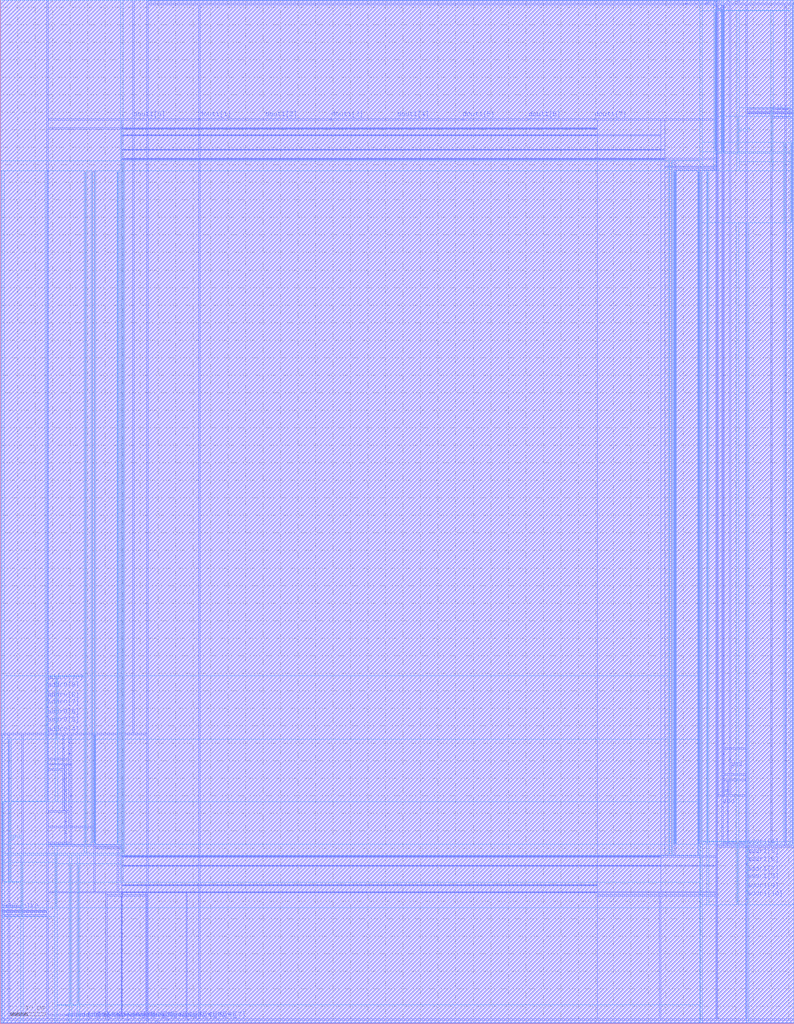
<source format=lef>
VERSION 5.4 ;
NAMESCASESENSITIVE ON ;
BUSBITCHARS "[]" ;
DIVIDERCHAR "/" ;
UNITS
  DATABASE MICRONS 2000 ;
END UNITS
MACRO freepdk45_sram_1w1r_2048x8_2
   CLASS BLOCK ;
   SIZE 226.63 BY 292.065 ;
   SYMMETRY X Y R90 ;
   PIN din0[0]
      DIRECTION INPUT ;
      PORT
         LAYER metal3 ;
         RECT  41.9725 1.105 42.1075 1.24 ;
      END
   END din0[0]
   PIN din0[1]
      DIRECTION INPUT ;
      PORT
         LAYER metal3 ;
         RECT  44.8325 1.105 44.9675 1.24 ;
      END
   END din0[1]
   PIN din0[2]
      DIRECTION INPUT ;
      PORT
         LAYER metal3 ;
         RECT  47.6925 1.105 47.8275 1.24 ;
      END
   END din0[2]
   PIN din0[3]
      DIRECTION INPUT ;
      PORT
         LAYER metal3 ;
         RECT  50.5525 1.105 50.6875 1.24 ;
      END
   END din0[3]
   PIN din0[4]
      DIRECTION INPUT ;
      PORT
         LAYER metal3 ;
         RECT  53.4125 1.105 53.5475 1.24 ;
      END
   END din0[4]
   PIN din0[5]
      DIRECTION INPUT ;
      PORT
         LAYER metal3 ;
         RECT  56.2725 1.105 56.4075 1.24 ;
      END
   END din0[5]
   PIN din0[6]
      DIRECTION INPUT ;
      PORT
         LAYER metal3 ;
         RECT  59.1325 1.105 59.2675 1.24 ;
      END
   END din0[6]
   PIN din0[7]
      DIRECTION INPUT ;
      PORT
         LAYER metal3 ;
         RECT  61.9925 1.105 62.1275 1.24 ;
      END
   END din0[7]
   PIN addr0[0]
      DIRECTION INPUT ;
      PORT
         LAYER metal3 ;
         RECT  19.0925 1.105 19.2275 1.24 ;
      END
   END addr0[0]
   PIN addr0[1]
      DIRECTION INPUT ;
      PORT
         LAYER metal3 ;
         RECT  21.9525 1.105 22.0875 1.24 ;
      END
   END addr0[1]
   PIN addr0[2]
      DIRECTION INPUT ;
      PORT
         LAYER metal3 ;
         RECT  24.8125 1.105 24.9475 1.24 ;
      END
   END addr0[2]
   PIN addr0[3]
      DIRECTION INPUT ;
      PORT
         LAYER metal3 ;
         RECT  27.6725 1.105 27.8075 1.24 ;
      END
   END addr0[3]
   PIN addr0[4]
      DIRECTION INPUT ;
      PORT
         LAYER metal3 ;
         RECT  13.3725 82.54 13.5075 82.675 ;
      END
   END addr0[4]
   PIN addr0[5]
      DIRECTION INPUT ;
      PORT
         LAYER metal3 ;
         RECT  13.3725 85.27 13.5075 85.405 ;
      END
   END addr0[5]
   PIN addr0[6]
      DIRECTION INPUT ;
      PORT
         LAYER metal3 ;
         RECT  13.3725 87.48 13.5075 87.615 ;
      END
   END addr0[6]
   PIN addr0[7]
      DIRECTION INPUT ;
      PORT
         LAYER metal3 ;
         RECT  13.3725 90.21 13.5075 90.345 ;
      END
   END addr0[7]
   PIN addr0[8]
      DIRECTION INPUT ;
      PORT
         LAYER metal3 ;
         RECT  13.3725 92.42 13.5075 92.555 ;
      END
   END addr0[8]
   PIN addr0[9]
      DIRECTION INPUT ;
      PORT
         LAYER metal3 ;
         RECT  13.3725 95.15 13.5075 95.285 ;
      END
   END addr0[9]
   PIN addr0[10]
      DIRECTION INPUT ;
      PORT
         LAYER metal3 ;
         RECT  13.3725 97.36 13.5075 97.495 ;
      END
   END addr0[10]
   PIN addr1[0]
      DIRECTION INPUT ;
      PORT
         LAYER metal3 ;
         RECT  204.4025 290.825 204.5375 290.96 ;
      END
   END addr1[0]
   PIN addr1[1]
      DIRECTION INPUT ;
      PORT
         LAYER metal3 ;
         RECT  201.5425 290.825 201.6775 290.96 ;
      END
   END addr1[1]
   PIN addr1[2]
      DIRECTION INPUT ;
      PORT
         LAYER metal3 ;
         RECT  198.6825 290.825 198.8175 290.96 ;
      END
   END addr1[2]
   PIN addr1[3]
      DIRECTION INPUT ;
      PORT
         LAYER metal3 ;
         RECT  195.8225 290.825 195.9575 290.96 ;
      END
   END addr1[3]
   PIN addr1[4]
      DIRECTION INPUT ;
      PORT
         LAYER metal3 ;
         RECT  212.9825 50.43 213.1175 50.565 ;
      END
   END addr1[4]
   PIN addr1[5]
      DIRECTION INPUT ;
      PORT
         LAYER metal3 ;
         RECT  212.9825 47.7 213.1175 47.835 ;
      END
   END addr1[5]
   PIN addr1[6]
      DIRECTION INPUT ;
      PORT
         LAYER metal3 ;
         RECT  212.9825 45.49 213.1175 45.625 ;
      END
   END addr1[6]
   PIN addr1[7]
      DIRECTION INPUT ;
      PORT
         LAYER metal3 ;
         RECT  212.9825 42.76 213.1175 42.895 ;
      END
   END addr1[7]
   PIN addr1[8]
      DIRECTION INPUT ;
      PORT
         LAYER metal3 ;
         RECT  212.9825 40.55 213.1175 40.685 ;
      END
   END addr1[8]
   PIN addr1[9]
      DIRECTION INPUT ;
      PORT
         LAYER metal3 ;
         RECT  212.9825 37.82 213.1175 37.955 ;
      END
   END addr1[9]
   PIN addr1[10]
      DIRECTION INPUT ;
      PORT
         LAYER metal3 ;
         RECT  212.9825 35.61 213.1175 35.745 ;
      END
   END addr1[10]
   PIN csb0
      DIRECTION INPUT ;
      PORT
         LAYER metal3 ;
         RECT  0.2875 31.97 0.4225 32.105 ;
      END
   END csb0
   PIN csb1
      DIRECTION INPUT ;
      PORT
         LAYER metal3 ;
         RECT  226.2075 259.81 226.3425 259.945 ;
      END
   END csb1
   PIN clk0
      DIRECTION INPUT ;
      PORT
         LAYER metal3 ;
         RECT  6.2475 32.055 6.3825 32.19 ;
      END
   END clk0
   PIN clk1
      DIRECTION INPUT ;
      PORT
         LAYER metal3 ;
         RECT  220.1075 259.725 220.2425 259.86 ;
      END
   END clk1
   PIN wmask0[0]
      DIRECTION INPUT ;
      PORT
         LAYER metal3 ;
         RECT  30.5325 1.105 30.6675 1.24 ;
      END
   END wmask0[0]
   PIN wmask0[1]
      DIRECTION INPUT ;
      PORT
         LAYER metal3 ;
         RECT  33.3925 1.105 33.5275 1.24 ;
      END
   END wmask0[1]
   PIN wmask0[2]
      DIRECTION INPUT ;
      PORT
         LAYER metal3 ;
         RECT  36.2525 1.105 36.3875 1.24 ;
      END
   END wmask0[2]
   PIN wmask0[3]
      DIRECTION INPUT ;
      PORT
         LAYER metal3 ;
         RECT  39.1125 1.105 39.2475 1.24 ;
      END
   END wmask0[3]
   PIN dout1[0]
      DIRECTION OUTPUT ;
      PORT
         LAYER metal3 ;
         RECT  37.915 257.8775 38.05 258.0125 ;
      END
   END dout1[0]
   PIN dout1[1]
      DIRECTION OUTPUT ;
      PORT
         LAYER metal3 ;
         RECT  56.715 257.8775 56.85 258.0125 ;
      END
   END dout1[1]
   PIN dout1[2]
      DIRECTION OUTPUT ;
      PORT
         LAYER metal3 ;
         RECT  75.515 257.8775 75.65 258.0125 ;
      END
   END dout1[2]
   PIN dout1[3]
      DIRECTION OUTPUT ;
      PORT
         LAYER metal3 ;
         RECT  94.315 257.8775 94.45 258.0125 ;
      END
   END dout1[3]
   PIN dout1[4]
      DIRECTION OUTPUT ;
      PORT
         LAYER metal3 ;
         RECT  113.115 257.8775 113.25 258.0125 ;
      END
   END dout1[4]
   PIN dout1[5]
      DIRECTION OUTPUT ;
      PORT
         LAYER metal3 ;
         RECT  131.915 257.8775 132.05 258.0125 ;
      END
   END dout1[5]
   PIN dout1[6]
      DIRECTION OUTPUT ;
      PORT
         LAYER metal3 ;
         RECT  150.715 257.8775 150.85 258.0125 ;
      END
   END dout1[6]
   PIN dout1[7]
      DIRECTION OUTPUT ;
      PORT
         LAYER metal3 ;
         RECT  169.515 257.8775 169.65 258.0125 ;
      END
   END dout1[7]
   PIN vdd
      DIRECTION INOUT ;
      USE POWER ; 
      SHAPE ABUTMENT ; 
      PORT
         LAYER metal3 ;
         RECT  34.73 37.4575 170.32 37.5275 ;
         LAYER metal3 ;
         RECT  26.8275 50.8275 26.9625 50.9625 ;
         LAYER metal3 ;
         RECT  206.065 64.99 206.2 65.125 ;
         LAYER metal4 ;
         RECT  199.9475 51.5325 200.0875 243.1025 ;
         LAYER metal3 ;
         RECT  20.095 56.02 20.23 56.155 ;
         LAYER metal3 ;
         RECT  34.73 47.6675 188.415 47.7375 ;
         LAYER metal4 ;
         RECT  0.6875 40.71 0.8275 63.1125 ;
         LAYER metal3 ;
         RECT  20.095 62.0 20.23 62.135 ;
         LAYER metal4 ;
         RECT  13.0875 81.4325 13.2275 98.9275 ;
         LAYER metal3 ;
         RECT  19.75 73.96 19.885 74.095 ;
         LAYER metal3 ;
         RECT  30.25 2.47 30.385 2.605 ;
         LAYER metal3 ;
         RECT  206.41 70.97 206.545 71.105 ;
         LAYER metal4 ;
         RECT  34.6625 48.3625 34.8025 245.9525 ;
         LAYER metal4 ;
         RECT  192.5725 51.5325 192.7125 243.0325 ;
         LAYER metal3 ;
         RECT  206.41 79.94 206.545 80.075 ;
         LAYER metal3 ;
         RECT  206.41 76.95 206.545 77.085 ;
         LAYER metal3 ;
         RECT  53.13 2.47 53.265 2.605 ;
         LAYER metal3 ;
         RECT  206.41 73.96 206.545 74.095 ;
         LAYER metal4 ;
         RECT  26.2075 51.5325 26.3475 243.1025 ;
         LAYER metal4 ;
         RECT  15.8075 33.3325 15.9475 48.2925 ;
         LAYER metal3 ;
         RECT  2.425 33.335 2.56 33.47 ;
         LAYER metal3 ;
         RECT  34.73 255.32 170.32 255.39 ;
         LAYER metal4 ;
         RECT  33.5825 51.5325 33.7225 243.0325 ;
         LAYER metal3 ;
         RECT  33.585 50.04 33.72 50.175 ;
         LAYER metal3 ;
         RECT  20.095 64.99 20.23 65.125 ;
         LAYER metal3 ;
         RECT  20.095 53.03 20.23 53.165 ;
         LAYER metal3 ;
         RECT  224.07 258.445 224.205 258.58 ;
         LAYER metal3 ;
         RECT  41.69 2.47 41.825 2.605 ;
         LAYER metal3 ;
         RECT  206.065 53.03 206.2 53.165 ;
         LAYER metal3 ;
         RECT  34.73 246.6475 189.59 246.7175 ;
         LAYER metal3 ;
         RECT  19.75 79.94 19.885 80.075 ;
         LAYER metal3 ;
         RECT  19.75 70.97 19.885 71.105 ;
         LAYER metal4 ;
         RECT  22.2525 5.685 22.3925 45.345 ;
         LAYER metal3 ;
         RECT  192.575 244.39 192.71 244.525 ;
         LAYER metal4 ;
         RECT  225.8025 228.8025 225.9425 251.205 ;
         LAYER metal4 ;
         RECT  213.2625 34.1775 213.4025 51.6725 ;
         LAYER metal3 ;
         RECT  199.3325 243.6025 199.4675 243.7375 ;
         LAYER metal3 ;
         RECT  204.685 289.46 204.82 289.595 ;
         LAYER metal3 ;
         RECT  188.28 36.49 188.415 36.625 ;
         LAYER metal3 ;
         RECT  19.75 76.95 19.885 77.085 ;
         LAYER metal3 ;
         RECT  206.065 56.02 206.2 56.155 ;
         LAYER metal4 ;
         RECT  191.4925 48.3625 191.6325 245.9525 ;
         LAYER metal3 ;
         RECT  18.81 2.47 18.945 2.605 ;
         LAYER metal3 ;
         RECT  34.595 36.49 34.73 36.625 ;
         LAYER metal4 ;
         RECT  203.9025 249.04 204.0425 288.7 ;
         LAYER metal3 ;
         RECT  206.065 62.0 206.2 62.135 ;
         LAYER metal4 ;
         RECT  210.5425 248.5625 210.6825 258.5825 ;
      END
   END vdd
   PIN gnd
      DIRECTION INOUT ;
      USE GROUND ; 
      SHAPE ABUTMENT ; 
      PORT
         LAYER metal3 ;
         RECT  34.595 34.67 34.73 34.805 ;
         LAYER metal3 ;
         RECT  207.5925 51.535 207.7275 51.67 ;
         LAYER metal4 ;
         RECT  6.105 30.8625 6.245 45.8225 ;
         LAYER metal3 ;
         RECT  44.55 0.0 44.685 0.135 ;
         LAYER metal3 ;
         RECT  17.9425 75.455 18.0775 75.59 ;
         LAYER metal4 ;
         RECT  191.0325 48.3625 191.1725 245.9525 ;
         LAYER metal3 ;
         RECT  188.28 34.67 188.415 34.805 ;
         LAYER metal3 ;
         RECT  207.5925 63.495 207.7275 63.63 ;
         LAYER metal3 ;
         RECT  21.67 0.0 21.805 0.135 ;
         LAYER metal3 ;
         RECT  201.825 291.93 201.96 292.065 ;
         LAYER metal4 ;
         RECT  24.2725 51.5 24.4125 243.1025 ;
         LAYER metal3 ;
         RECT  208.2175 69.475 208.3525 69.61 ;
         LAYER metal3 ;
         RECT  18.5675 51.535 18.7025 51.67 ;
         LAYER metal3 ;
         RECT  208.2175 78.445 208.3525 78.58 ;
         LAYER metal3 ;
         RECT  34.73 45.0475 188.4475 45.1175 ;
         LAYER metal3 ;
         RECT  17.9425 78.445 18.0775 78.58 ;
         LAYER metal3 ;
         RECT  207.5925 66.485 207.7275 66.62 ;
         LAYER metal3 ;
         RECT  34.73 253.4275 170.355 253.4975 ;
         LAYER metal3 ;
         RECT  207.5925 54.525 207.7275 54.66 ;
         LAYER metal3 ;
         RECT  34.73 249.2675 188.4475 249.3375 ;
         LAYER metal4 ;
         RECT  26.7675 51.5 26.9075 243.065 ;
         LAYER metal4 ;
         RECT  35.1225 48.3625 35.2625 245.9525 ;
         LAYER metal4 ;
         RECT  220.245 246.0925 220.385 261.0525 ;
         LAYER metal4 ;
         RECT  210.4025 34.2425 210.5425 51.7375 ;
         LAYER metal4 ;
         RECT  199.3875 51.5 199.5275 243.065 ;
         LAYER metal3 ;
         RECT  55.99 0.0 56.125 0.135 ;
         LAYER metal4 ;
         RECT  206.125 248.9725 206.265 288.7675 ;
         LAYER metal3 ;
         RECT  18.5675 60.505 18.7025 60.64 ;
         LAYER metal3 ;
         RECT  17.9425 72.465 18.0775 72.6 ;
         LAYER metal3 ;
         RECT  207.5925 60.505 207.7275 60.64 ;
         LAYER metal3 ;
         RECT  33.11 0.0 33.245 0.135 ;
         LAYER metal3 ;
         RECT  2.425 30.865 2.56 31.0 ;
         LAYER metal3 ;
         RECT  18.5675 66.485 18.7025 66.62 ;
         LAYER metal3 ;
         RECT  208.2175 81.435 208.3525 81.57 ;
         LAYER metal3 ;
         RECT  17.9425 69.475 18.0775 69.61 ;
         LAYER metal3 ;
         RECT  18.5675 63.495 18.7025 63.63 ;
         LAYER metal3 ;
         RECT  18.5675 54.525 18.7025 54.66 ;
         LAYER metal4 ;
         RECT  20.03 5.6175 20.17 45.4125 ;
         LAYER metal4 ;
         RECT  201.8825 51.5 202.0225 243.1025 ;
         LAYER metal3 ;
         RECT  18.5675 57.515 18.7025 57.65 ;
         LAYER metal4 ;
         RECT  15.9475 81.3675 16.0875 98.8625 ;
         LAYER metal3 ;
         RECT  17.9425 81.435 18.0775 81.57 ;
         LAYER metal3 ;
         RECT  224.07 260.915 224.205 261.05 ;
         LAYER metal3 ;
         RECT  207.5925 57.515 207.7275 57.65 ;
         LAYER metal3 ;
         RECT  34.73 39.5075 170.32 39.5775 ;
         LAYER metal4 ;
         RECT  223.74 228.77 223.88 251.1725 ;
         LAYER metal4 ;
         RECT  2.75 40.7425 2.89 63.145 ;
         LAYER metal3 ;
         RECT  208.2175 75.455 208.3525 75.59 ;
         LAYER metal3 ;
         RECT  208.2175 72.465 208.3525 72.6 ;
      END
   END gnd
   OBS
   LAYER  metal1 ;
      RECT  0.14 0.14 226.49 291.925 ;
   LAYER  metal2 ;
      RECT  0.14 0.14 226.49 291.925 ;
   LAYER  metal3 ;
      RECT  41.8325 0.14 42.2475 0.965 ;
      RECT  42.2475 0.965 44.6925 1.38 ;
      RECT  45.1075 0.965 47.5525 1.38 ;
      RECT  47.9675 0.965 50.4125 1.38 ;
      RECT  50.8275 0.965 53.2725 1.38 ;
      RECT  53.6875 0.965 56.1325 1.38 ;
      RECT  56.5475 0.965 58.9925 1.38 ;
      RECT  59.4075 0.965 61.8525 1.38 ;
      RECT  62.2675 0.965 226.49 1.38 ;
      RECT  0.14 0.965 18.9525 1.38 ;
      RECT  19.3675 0.965 21.8125 1.38 ;
      RECT  22.2275 0.965 24.6725 1.38 ;
      RECT  25.0875 0.965 27.5325 1.38 ;
      RECT  0.14 82.4 13.2325 82.815 ;
      RECT  0.14 82.815 13.2325 291.925 ;
      RECT  13.2325 1.38 13.6475 82.4 ;
      RECT  13.6475 82.4 41.8325 82.815 ;
      RECT  13.2325 82.815 13.6475 85.13 ;
      RECT  13.2325 85.545 13.6475 87.34 ;
      RECT  13.2325 87.755 13.6475 90.07 ;
      RECT  13.2325 90.485 13.6475 92.28 ;
      RECT  13.2325 92.695 13.6475 95.01 ;
      RECT  13.2325 95.425 13.6475 97.22 ;
      RECT  13.2325 97.635 13.6475 291.925 ;
      RECT  204.2625 291.1 204.6775 291.925 ;
      RECT  204.6775 290.685 226.49 291.1 ;
      RECT  204.6775 291.1 226.49 291.925 ;
      RECT  201.8175 290.685 204.2625 291.1 ;
      RECT  198.9575 290.685 201.4025 291.1 ;
      RECT  42.2475 290.685 195.6825 291.1 ;
      RECT  196.0975 290.685 198.5425 291.1 ;
      RECT  204.6775 1.38 212.8425 50.29 ;
      RECT  204.6775 50.29 212.8425 50.705 ;
      RECT  212.8425 50.705 213.2575 290.685 ;
      RECT  213.2575 1.38 226.49 50.29 ;
      RECT  213.2575 50.29 226.49 50.705 ;
      RECT  212.8425 47.975 213.2575 50.29 ;
      RECT  212.8425 45.765 213.2575 47.56 ;
      RECT  212.8425 43.035 213.2575 45.35 ;
      RECT  212.8425 40.825 213.2575 42.62 ;
      RECT  212.8425 38.095 213.2575 40.41 ;
      RECT  212.8425 1.38 213.2575 35.47 ;
      RECT  212.8425 35.885 213.2575 37.68 ;
      RECT  0.14 1.38 0.1475 31.83 ;
      RECT  0.14 31.83 0.1475 32.245 ;
      RECT  0.14 32.245 0.1475 82.4 ;
      RECT  0.1475 1.38 0.5625 31.83 ;
      RECT  0.1475 32.245 0.5625 82.4 ;
      RECT  226.0675 50.705 226.4825 259.67 ;
      RECT  226.0675 260.085 226.4825 290.685 ;
      RECT  226.4825 50.705 226.49 259.67 ;
      RECT  226.4825 259.67 226.49 260.085 ;
      RECT  226.4825 260.085 226.49 290.685 ;
      RECT  0.5625 31.83 6.1075 31.915 ;
      RECT  0.5625 31.915 6.1075 32.245 ;
      RECT  6.1075 31.83 6.5225 31.915 ;
      RECT  6.5225 31.83 13.2325 31.915 ;
      RECT  6.5225 31.915 13.2325 32.245 ;
      RECT  0.5625 32.245 6.1075 32.33 ;
      RECT  6.1075 32.33 6.5225 82.4 ;
      RECT  6.5225 32.245 13.2325 32.33 ;
      RECT  6.5225 32.33 13.2325 82.4 ;
      RECT  213.2575 50.705 219.9675 259.585 ;
      RECT  213.2575 259.585 219.9675 259.67 ;
      RECT  219.9675 50.705 220.3825 259.585 ;
      RECT  220.3825 259.585 226.0675 259.67 ;
      RECT  213.2575 259.67 219.9675 260.0 ;
      RECT  213.2575 260.0 219.9675 260.085 ;
      RECT  219.9675 260.0 220.3825 260.085 ;
      RECT  220.3825 259.67 226.0675 260.0 ;
      RECT  220.3825 260.0 226.0675 260.085 ;
      RECT  27.9475 0.965 30.3925 1.38 ;
      RECT  30.8075 0.965 33.2525 1.38 ;
      RECT  33.6675 0.965 36.1125 1.38 ;
      RECT  36.5275 0.965 38.9725 1.38 ;
      RECT  39.3875 0.965 41.8325 1.38 ;
      RECT  13.6475 257.7375 37.775 258.1525 ;
      RECT  13.6475 258.1525 37.775 291.925 ;
      RECT  37.775 258.1525 38.19 291.925 ;
      RECT  38.19 257.7375 41.8325 258.1525 ;
      RECT  38.19 258.1525 41.8325 291.925 ;
      RECT  42.2475 257.7375 56.575 258.1525 ;
      RECT  42.2475 258.1525 56.575 290.685 ;
      RECT  56.575 258.1525 56.99 290.685 ;
      RECT  56.99 258.1525 204.2625 290.685 ;
      RECT  56.99 257.7375 75.375 258.1525 ;
      RECT  75.79 257.7375 94.175 258.1525 ;
      RECT  94.59 257.7375 112.975 258.1525 ;
      RECT  113.39 257.7375 131.775 258.1525 ;
      RECT  132.19 257.7375 150.575 258.1525 ;
      RECT  150.99 257.7375 169.375 258.1525 ;
      RECT  169.79 257.7375 204.2625 258.1525 ;
      RECT  13.6475 37.3175 34.59 37.6675 ;
      RECT  56.575 1.38 56.99 37.3175 ;
      RECT  56.99 1.38 170.46 37.3175 ;
      RECT  170.46 37.3175 204.2625 37.6675 ;
      RECT  13.6475 37.6675 26.6875 50.6875 ;
      RECT  13.6475 50.6875 26.6875 51.1025 ;
      RECT  26.6875 37.6675 27.1025 50.6875 ;
      RECT  26.6875 51.1025 27.1025 82.4 ;
      RECT  27.1025 50.6875 34.59 51.1025 ;
      RECT  27.1025 51.1025 34.59 82.4 ;
      RECT  204.6775 50.705 205.925 64.85 ;
      RECT  204.6775 64.85 205.925 65.265 ;
      RECT  206.34 64.85 212.8425 65.265 ;
      RECT  13.6475 55.88 19.955 56.295 ;
      RECT  20.37 51.1025 26.6875 55.88 ;
      RECT  20.37 55.88 26.6875 56.295 ;
      RECT  20.37 56.295 26.6875 82.4 ;
      RECT  34.59 47.8775 41.8325 82.4 ;
      RECT  188.555 47.5275 204.2625 47.8775 ;
      RECT  19.955 56.295 20.37 61.86 ;
      RECT  13.6475 73.82 19.61 74.235 ;
      RECT  20.025 73.82 20.37 74.235 ;
      RECT  20.025 74.235 20.37 82.4 ;
      RECT  13.6475 1.38 30.11 2.33 ;
      RECT  13.6475 2.745 30.11 37.3175 ;
      RECT  30.11 1.38 30.525 2.33 ;
      RECT  30.11 2.745 30.525 37.3175 ;
      RECT  30.525 1.38 34.59 2.33 ;
      RECT  30.525 2.33 34.59 2.745 ;
      RECT  205.925 65.265 206.27 70.83 ;
      RECT  205.925 70.83 206.27 71.245 ;
      RECT  205.925 71.245 206.27 290.685 ;
      RECT  206.27 65.265 206.34 70.83 ;
      RECT  206.34 65.265 206.685 70.83 ;
      RECT  206.685 70.83 212.8425 71.245 ;
      RECT  206.27 80.215 206.34 290.685 ;
      RECT  206.34 80.215 206.685 290.685 ;
      RECT  206.27 77.225 206.34 79.8 ;
      RECT  206.34 77.225 206.685 79.8 ;
      RECT  42.2475 1.38 52.99 2.33 ;
      RECT  42.2475 2.33 52.99 2.745 ;
      RECT  42.2475 2.745 52.99 37.3175 ;
      RECT  52.99 1.38 53.405 2.33 ;
      RECT  52.99 2.745 53.405 37.3175 ;
      RECT  53.405 1.38 56.575 2.33 ;
      RECT  53.405 2.33 56.575 2.745 ;
      RECT  53.405 2.745 56.575 37.3175 ;
      RECT  206.27 71.245 206.34 73.82 ;
      RECT  206.27 74.235 206.34 76.81 ;
      RECT  206.34 71.245 206.685 73.82 ;
      RECT  206.34 74.235 206.685 76.81 ;
      RECT  0.5625 32.33 2.285 33.195 ;
      RECT  0.5625 33.195 2.285 33.61 ;
      RECT  0.5625 33.61 2.285 82.4 ;
      RECT  2.285 32.33 2.7 33.195 ;
      RECT  2.285 33.61 2.7 82.4 ;
      RECT  2.7 32.33 6.1075 33.195 ;
      RECT  2.7 33.195 6.1075 33.61 ;
      RECT  2.7 33.61 6.1075 82.4 ;
      RECT  13.6475 82.815 34.59 255.18 ;
      RECT  13.6475 255.18 34.59 255.53 ;
      RECT  13.6475 255.53 34.59 257.7375 ;
      RECT  34.59 255.53 37.775 257.7375 ;
      RECT  37.775 255.53 38.19 257.7375 ;
      RECT  38.19 255.53 41.8325 257.7375 ;
      RECT  41.8325 255.53 42.2475 291.925 ;
      RECT  42.2475 255.53 56.575 257.7375 ;
      RECT  56.575 255.53 56.99 257.7375 ;
      RECT  56.99 255.53 170.46 257.7375 ;
      RECT  27.1025 37.6675 33.445 49.9 ;
      RECT  27.1025 49.9 33.445 50.315 ;
      RECT  27.1025 50.315 33.445 50.6875 ;
      RECT  33.445 37.6675 33.86 49.9 ;
      RECT  33.445 50.315 33.86 50.6875 ;
      RECT  33.86 37.6675 34.59 49.9 ;
      RECT  33.86 49.9 34.59 50.315 ;
      RECT  33.86 50.315 34.59 50.6875 ;
      RECT  19.955 62.275 20.025 64.85 ;
      RECT  20.025 62.275 20.37 64.85 ;
      RECT  20.025 65.265 20.37 73.82 ;
      RECT  19.955 51.1025 20.37 52.89 ;
      RECT  19.955 53.305 20.37 55.88 ;
      RECT  220.3825 50.705 223.93 258.305 ;
      RECT  220.3825 258.305 223.93 258.72 ;
      RECT  220.3825 258.72 223.93 259.585 ;
      RECT  223.93 50.705 224.345 258.305 ;
      RECT  223.93 258.72 224.345 259.585 ;
      RECT  224.345 50.705 226.0675 258.305 ;
      RECT  224.345 258.305 226.0675 258.72 ;
      RECT  224.345 258.72 226.0675 259.585 ;
      RECT  41.8325 1.38 41.965 2.33 ;
      RECT  41.8325 2.745 41.965 37.3175 ;
      RECT  41.965 1.38 42.2475 2.33 ;
      RECT  41.965 2.33 42.2475 2.745 ;
      RECT  41.965 2.745 42.2475 37.3175 ;
      RECT  34.59 1.38 41.55 2.33 ;
      RECT  34.59 2.33 41.55 2.745 ;
      RECT  41.55 1.38 41.8325 2.33 ;
      RECT  41.55 2.745 41.8325 37.3175 ;
      RECT  205.925 50.705 206.34 52.89 ;
      RECT  170.46 47.8775 188.555 246.5075 ;
      RECT  188.555 47.8775 189.73 246.5075 ;
      RECT  189.73 246.5075 204.2625 246.8575 ;
      RECT  189.73 246.8575 204.2625 257.7375 ;
      RECT  34.59 82.815 37.775 246.5075 ;
      RECT  37.775 82.815 38.19 246.5075 ;
      RECT  38.19 82.815 41.8325 246.5075 ;
      RECT  41.8325 47.8775 42.2475 246.5075 ;
      RECT  42.2475 47.8775 56.575 246.5075 ;
      RECT  56.575 47.8775 56.99 246.5075 ;
      RECT  56.99 47.8775 170.46 246.5075 ;
      RECT  19.61 80.215 19.955 82.4 ;
      RECT  19.955 80.215 20.025 82.4 ;
      RECT  19.61 56.295 19.955 70.83 ;
      RECT  19.61 71.245 19.955 73.82 ;
      RECT  19.955 65.265 20.025 70.83 ;
      RECT  19.955 71.245 20.025 73.82 ;
      RECT  189.73 47.8775 192.435 244.25 ;
      RECT  189.73 244.25 192.435 244.665 ;
      RECT  189.73 244.665 192.435 246.5075 ;
      RECT  192.435 47.8775 192.85 244.25 ;
      RECT  192.435 244.665 192.85 246.5075 ;
      RECT  192.85 244.25 204.2625 244.665 ;
      RECT  192.85 244.665 204.2625 246.5075 ;
      RECT  192.85 47.8775 199.1925 243.4625 ;
      RECT  192.85 243.4625 199.1925 243.8775 ;
      RECT  192.85 243.8775 199.1925 244.25 ;
      RECT  199.1925 47.8775 199.6075 243.4625 ;
      RECT  199.1925 243.8775 199.6075 244.25 ;
      RECT  199.6075 47.8775 204.2625 243.4625 ;
      RECT  199.6075 243.4625 204.2625 243.8775 ;
      RECT  199.6075 243.8775 204.2625 244.25 ;
      RECT  204.2625 1.38 204.545 289.32 ;
      RECT  204.2625 289.32 204.545 289.735 ;
      RECT  204.2625 289.735 204.545 290.685 ;
      RECT  204.545 1.38 204.6775 289.32 ;
      RECT  204.545 289.735 204.6775 290.685 ;
      RECT  204.6775 65.265 204.96 289.32 ;
      RECT  204.6775 289.735 204.96 290.685 ;
      RECT  204.96 65.265 205.925 289.32 ;
      RECT  204.96 289.32 205.925 289.735 ;
      RECT  204.96 289.735 205.925 290.685 ;
      RECT  170.46 1.38 188.14 36.35 ;
      RECT  170.46 36.35 188.14 36.765 ;
      RECT  170.46 36.765 188.14 37.3175 ;
      RECT  188.14 36.765 188.555 37.3175 ;
      RECT  188.555 1.38 204.2625 36.35 ;
      RECT  188.555 36.35 204.2625 36.765 ;
      RECT  188.555 36.765 204.2625 37.3175 ;
      RECT  19.61 74.235 19.955 76.81 ;
      RECT  19.61 77.225 19.955 79.8 ;
      RECT  19.955 74.235 20.025 76.81 ;
      RECT  19.955 77.225 20.025 79.8 ;
      RECT  205.925 53.305 206.34 55.88 ;
      RECT  13.6475 2.33 18.67 2.745 ;
      RECT  19.085 2.33 30.11 2.745 ;
      RECT  30.525 2.745 34.455 36.35 ;
      RECT  30.525 36.35 34.455 36.765 ;
      RECT  30.525 36.765 34.455 37.3175 ;
      RECT  34.455 36.765 34.59 37.3175 ;
      RECT  34.59 36.765 34.87 37.3175 ;
      RECT  34.87 2.745 41.55 36.35 ;
      RECT  34.87 36.35 41.55 36.765 ;
      RECT  34.87 36.765 41.55 37.3175 ;
      RECT  205.925 56.295 206.34 61.86 ;
      RECT  205.925 62.275 206.34 64.85 ;
      RECT  34.455 2.745 34.59 34.53 ;
      RECT  34.455 34.945 34.59 36.35 ;
      RECT  34.59 2.745 34.87 34.53 ;
      RECT  34.59 34.945 34.87 36.35 ;
      RECT  206.34 50.705 207.4525 51.395 ;
      RECT  206.34 51.395 207.4525 51.81 ;
      RECT  206.34 51.81 207.4525 64.85 ;
      RECT  207.4525 50.705 207.8675 51.395 ;
      RECT  207.8675 50.705 212.8425 51.395 ;
      RECT  207.8675 51.395 212.8425 51.81 ;
      RECT  207.8675 51.81 212.8425 64.85 ;
      RECT  42.2475 0.14 44.41 0.275 ;
      RECT  42.2475 0.275 44.41 0.965 ;
      RECT  44.41 0.275 44.825 0.965 ;
      RECT  44.825 0.275 226.49 0.965 ;
      RECT  13.6475 74.235 17.8025 75.315 ;
      RECT  13.6475 75.315 17.8025 75.73 ;
      RECT  13.6475 75.73 17.8025 82.4 ;
      RECT  17.8025 74.235 18.2175 75.315 ;
      RECT  18.2175 74.235 19.61 75.315 ;
      RECT  18.2175 75.315 19.61 75.73 ;
      RECT  18.2175 75.73 19.61 82.4 ;
      RECT  188.14 1.38 188.555 34.53 ;
      RECT  188.14 34.945 188.555 36.35 ;
      RECT  207.4525 63.77 207.8675 64.85 ;
      RECT  0.14 0.14 21.53 0.275 ;
      RECT  0.14 0.275 21.53 0.965 ;
      RECT  21.53 0.275 21.945 0.965 ;
      RECT  21.945 0.275 41.8325 0.965 ;
      RECT  42.2475 291.1 201.685 291.79 ;
      RECT  42.2475 291.79 201.685 291.925 ;
      RECT  201.685 291.1 202.1 291.79 ;
      RECT  202.1 291.1 204.2625 291.79 ;
      RECT  202.1 291.79 204.2625 291.925 ;
      RECT  206.685 69.335 208.0775 69.75 ;
      RECT  206.685 69.75 208.0775 70.83 ;
      RECT  208.0775 65.265 208.4925 69.335 ;
      RECT  208.0775 69.75 208.4925 70.83 ;
      RECT  208.4925 65.265 212.8425 69.335 ;
      RECT  208.4925 69.335 212.8425 69.75 ;
      RECT  208.4925 69.75 212.8425 70.83 ;
      RECT  13.6475 51.1025 18.4275 51.395 ;
      RECT  13.6475 51.395 18.4275 51.81 ;
      RECT  13.6475 51.81 18.4275 55.88 ;
      RECT  18.4275 51.1025 18.8425 51.395 ;
      RECT  18.8425 51.1025 19.955 51.395 ;
      RECT  18.8425 51.395 19.955 51.81 ;
      RECT  18.8425 51.81 19.955 55.88 ;
      RECT  206.685 71.245 208.0775 78.305 ;
      RECT  206.685 78.305 208.0775 78.72 ;
      RECT  206.685 78.72 208.0775 290.685 ;
      RECT  208.4925 71.245 212.8425 78.305 ;
      RECT  208.4925 78.305 212.8425 78.72 ;
      RECT  208.4925 78.72 212.8425 290.685 ;
      RECT  41.8325 45.2575 42.2475 47.5275 ;
      RECT  34.59 45.2575 41.8325 47.5275 ;
      RECT  42.2475 45.2575 56.575 47.5275 ;
      RECT  56.575 45.2575 56.99 47.5275 ;
      RECT  56.99 45.2575 170.46 47.5275 ;
      RECT  170.46 37.6675 188.555 44.9075 ;
      RECT  170.46 45.2575 188.555 47.5275 ;
      RECT  188.555 37.6675 188.5875 44.9075 ;
      RECT  188.555 45.2575 188.5875 47.5275 ;
      RECT  188.5875 37.6675 204.2625 44.9075 ;
      RECT  188.5875 44.9075 204.2625 45.2575 ;
      RECT  188.5875 45.2575 204.2625 47.5275 ;
      RECT  17.8025 75.73 18.2175 78.305 ;
      RECT  206.685 65.265 207.4525 66.345 ;
      RECT  206.685 66.345 207.4525 66.76 ;
      RECT  206.685 66.76 207.4525 69.335 ;
      RECT  207.4525 65.265 207.8675 66.345 ;
      RECT  207.4525 66.76 207.8675 69.335 ;
      RECT  207.8675 65.265 208.0775 66.345 ;
      RECT  207.8675 66.345 208.0775 66.76 ;
      RECT  207.8675 66.76 208.0775 69.335 ;
      RECT  170.46 253.6375 170.495 257.7375 ;
      RECT  170.495 253.2875 188.555 253.6375 ;
      RECT  170.495 253.6375 188.555 257.7375 ;
      RECT  34.59 253.6375 37.775 255.18 ;
      RECT  37.775 253.6375 38.19 255.18 ;
      RECT  38.19 253.6375 41.8325 255.18 ;
      RECT  41.8325 253.6375 42.2475 255.18 ;
      RECT  42.2475 253.6375 56.575 255.18 ;
      RECT  56.575 253.6375 56.99 255.18 ;
      RECT  56.99 253.6375 170.46 255.18 ;
      RECT  207.4525 51.81 207.8675 54.385 ;
      RECT  188.555 246.8575 188.5875 249.1275 ;
      RECT  188.555 249.4775 188.5875 257.7375 ;
      RECT  188.5875 246.8575 189.73 249.1275 ;
      RECT  188.5875 249.1275 189.73 249.4775 ;
      RECT  188.5875 249.4775 189.73 257.7375 ;
      RECT  170.46 246.8575 170.495 249.1275 ;
      RECT  170.46 249.4775 170.495 253.2875 ;
      RECT  170.495 246.8575 188.555 249.1275 ;
      RECT  170.495 249.4775 188.555 253.2875 ;
      RECT  34.59 246.8575 37.775 249.1275 ;
      RECT  34.59 249.4775 37.775 253.2875 ;
      RECT  37.775 246.8575 38.19 249.1275 ;
      RECT  37.775 249.4775 38.19 253.2875 ;
      RECT  38.19 246.8575 41.8325 249.1275 ;
      RECT  38.19 249.4775 41.8325 253.2875 ;
      RECT  41.8325 246.8575 42.2475 249.1275 ;
      RECT  41.8325 249.4775 42.2475 253.2875 ;
      RECT  42.2475 246.8575 56.575 249.1275 ;
      RECT  42.2475 249.4775 56.575 253.2875 ;
      RECT  56.575 246.8575 56.99 249.1275 ;
      RECT  56.575 249.4775 56.99 253.2875 ;
      RECT  56.99 246.8575 170.46 249.1275 ;
      RECT  56.99 249.4775 170.46 253.2875 ;
      RECT  44.825 0.14 55.85 0.275 ;
      RECT  56.265 0.14 226.49 0.275 ;
      RECT  13.6475 56.295 18.4275 60.365 ;
      RECT  13.6475 60.365 18.4275 60.78 ;
      RECT  18.8425 56.295 19.61 60.365 ;
      RECT  18.8425 60.365 19.61 60.78 ;
      RECT  18.8425 60.78 19.61 73.82 ;
      RECT  13.6475 60.78 17.8025 72.325 ;
      RECT  13.6475 72.325 17.8025 72.74 ;
      RECT  13.6475 72.74 17.8025 73.82 ;
      RECT  17.8025 72.74 18.2175 73.82 ;
      RECT  18.2175 60.78 18.4275 72.325 ;
      RECT  18.2175 72.325 18.4275 72.74 ;
      RECT  18.2175 72.74 18.4275 73.82 ;
      RECT  207.4525 60.78 207.8675 63.355 ;
      RECT  21.945 0.14 32.97 0.275 ;
      RECT  33.385 0.14 41.8325 0.275 ;
      RECT  0.5625 1.38 2.285 30.725 ;
      RECT  0.5625 30.725 2.285 31.14 ;
      RECT  0.5625 31.14 2.285 31.83 ;
      RECT  2.285 1.38 2.7 30.725 ;
      RECT  2.285 31.14 2.7 31.83 ;
      RECT  2.7 1.38 13.2325 30.725 ;
      RECT  2.7 30.725 13.2325 31.14 ;
      RECT  2.7 31.14 13.2325 31.83 ;
      RECT  18.4275 66.76 18.8425 73.82 ;
      RECT  208.0775 78.72 208.4925 81.295 ;
      RECT  208.0775 81.71 208.4925 290.685 ;
      RECT  17.8025 60.78 18.2175 69.335 ;
      RECT  17.8025 69.75 18.2175 72.325 ;
      RECT  18.4275 60.78 18.8425 63.355 ;
      RECT  18.4275 63.77 18.8425 66.345 ;
      RECT  18.4275 51.81 18.8425 54.385 ;
      RECT  18.4275 54.8 18.8425 55.88 ;
      RECT  18.4275 56.295 18.8425 57.375 ;
      RECT  18.4275 57.79 18.8425 60.365 ;
      RECT  17.8025 78.72 18.2175 81.295 ;
      RECT  17.8025 81.71 18.2175 82.4 ;
      RECT  213.2575 260.085 223.93 260.775 ;
      RECT  213.2575 260.775 223.93 261.19 ;
      RECT  213.2575 261.19 223.93 290.685 ;
      RECT  223.93 260.085 224.345 260.775 ;
      RECT  223.93 261.19 224.345 290.685 ;
      RECT  224.345 260.085 226.0675 260.775 ;
      RECT  224.345 260.775 226.0675 261.19 ;
      RECT  224.345 261.19 226.0675 290.685 ;
      RECT  207.4525 54.8 207.8675 57.375 ;
      RECT  207.4525 57.79 207.8675 60.365 ;
      RECT  41.8325 37.6675 42.2475 39.3675 ;
      RECT  41.8325 39.7175 42.2475 44.9075 ;
      RECT  34.59 37.6675 41.8325 39.3675 ;
      RECT  34.59 39.7175 41.8325 44.9075 ;
      RECT  42.2475 37.6675 56.575 39.3675 ;
      RECT  42.2475 39.7175 56.575 44.9075 ;
      RECT  56.575 37.6675 56.99 39.3675 ;
      RECT  56.575 39.7175 56.99 44.9075 ;
      RECT  56.99 37.6675 170.46 39.3675 ;
      RECT  56.99 39.7175 170.46 44.9075 ;
      RECT  208.0775 75.73 208.4925 78.305 ;
      RECT  208.0775 71.245 208.4925 72.325 ;
      RECT  208.0775 72.74 208.4925 75.315 ;
   LAYER  metal4 ;
      RECT  199.6675 243.3825 200.3675 291.925 ;
      RECT  0.14 0.14 0.4075 40.43 ;
      RECT  0.14 40.43 0.4075 51.2525 ;
      RECT  0.4075 0.14 1.1075 40.43 ;
      RECT  0.14 51.2525 0.4075 63.3925 ;
      RECT  0.14 63.3925 0.4075 243.3825 ;
      RECT  0.4075 63.3925 1.1075 243.3825 ;
      RECT  1.1075 81.1525 12.8075 99.2075 ;
      RECT  1.1075 99.2075 12.8075 243.3825 ;
      RECT  12.8075 63.3925 13.5075 81.1525 ;
      RECT  12.8075 99.2075 13.5075 243.3825 ;
      RECT  0.14 243.3825 34.3825 246.2325 ;
      RECT  0.14 246.2325 34.3825 291.925 ;
      RECT  34.3825 246.2325 35.0825 291.925 ;
      RECT  35.0825 246.2325 199.6675 291.925 ;
      RECT  34.3825 40.43 35.0825 48.0825 ;
      RECT  35.0825 40.43 199.6675 48.0825 ;
      RECT  192.2925 243.3125 192.9925 243.3825 ;
      RECT  15.5275 0.14 16.2275 33.0525 ;
      RECT  15.5275 48.5725 16.2275 51.2525 ;
      RECT  16.2275 48.0825 34.3825 48.5725 ;
      RECT  34.0025 51.2525 34.3825 63.3925 ;
      RECT  34.0025 63.3925 34.3825 81.1525 ;
      RECT  34.0025 81.1525 34.3825 99.2075 ;
      RECT  33.3025 243.3125 34.0025 243.3825 ;
      RECT  34.0025 99.2075 34.3825 243.3125 ;
      RECT  34.0025 243.3125 34.3825 243.3825 ;
      RECT  21.9725 0.14 22.6725 5.405 ;
      RECT  22.6725 0.14 199.6675 5.405 ;
      RECT  22.6725 5.405 199.6675 33.0525 ;
      RECT  22.6725 33.0525 199.6675 40.43 ;
      RECT  21.9725 45.625 22.6725 48.0825 ;
      RECT  22.6725 40.43 34.3825 45.625 ;
      RECT  22.6725 45.625 34.3825 48.0825 ;
      RECT  225.5225 51.2525 226.2225 228.5225 ;
      RECT  226.2225 51.2525 226.49 228.5225 ;
      RECT  226.2225 228.5225 226.49 243.3825 ;
      RECT  225.5225 251.485 226.2225 291.925 ;
      RECT  226.2225 243.3825 226.49 251.485 ;
      RECT  226.2225 251.485 226.49 291.925 ;
      RECT  200.3675 0.14 212.9825 33.8975 ;
      RECT  212.9825 0.14 213.6825 33.8975 ;
      RECT  213.6825 0.14 226.49 33.8975 ;
      RECT  213.6825 33.8975 226.49 51.2525 ;
      RECT  212.9825 51.9525 213.6825 228.5225 ;
      RECT  213.6825 51.2525 225.5225 51.9525 ;
      RECT  191.9125 243.3825 199.6675 246.2325 ;
      RECT  191.9125 51.2525 192.2925 63.3925 ;
      RECT  191.9125 63.3925 192.2925 81.1525 ;
      RECT  191.9125 81.1525 192.2925 99.2075 ;
      RECT  191.9125 99.2075 192.2925 243.3125 ;
      RECT  191.9125 243.3125 192.2925 243.3825 ;
      RECT  200.3675 243.3825 203.6225 248.76 ;
      RECT  200.3675 248.76 203.6225 251.485 ;
      RECT  203.6225 243.3825 204.3225 248.76 ;
      RECT  200.3675 251.485 203.6225 288.98 ;
      RECT  200.3675 288.98 203.6225 291.925 ;
      RECT  203.6225 288.98 204.3225 291.925 ;
      RECT  204.3225 243.3825 210.2625 248.2825 ;
      RECT  210.2625 243.3825 210.9625 248.2825 ;
      RECT  210.2625 258.8625 210.9625 288.98 ;
      RECT  1.1075 0.14 5.825 30.5825 ;
      RECT  1.1075 30.5825 5.825 33.0525 ;
      RECT  5.825 0.14 6.525 30.5825 ;
      RECT  6.525 0.14 15.5275 30.5825 ;
      RECT  6.525 30.5825 15.5275 33.0525 ;
      RECT  1.1075 33.0525 5.825 40.43 ;
      RECT  6.525 33.0525 15.5275 40.43 ;
      RECT  5.825 46.1025 6.525 48.0825 ;
      RECT  6.525 40.43 15.5275 46.1025 ;
      RECT  6.525 46.1025 15.5275 48.0825 ;
      RECT  24.6925 51.2525 25.9275 63.3925 ;
      RECT  24.6925 63.3925 25.9275 81.1525 ;
      RECT  24.6925 81.1525 25.9275 99.2075 ;
      RECT  13.5075 99.2075 23.9925 243.3825 ;
      RECT  24.6925 99.2075 25.9275 243.3825 ;
      RECT  16.2275 48.5725 23.9925 51.22 ;
      RECT  16.2275 51.22 23.9925 51.2525 ;
      RECT  23.9925 48.5725 24.6925 51.22 ;
      RECT  24.6925 48.5725 34.3825 51.22 ;
      RECT  27.1875 51.2525 33.3025 63.3925 ;
      RECT  27.1875 63.3925 33.3025 81.1525 ;
      RECT  27.1875 81.1525 33.3025 99.2075 ;
      RECT  27.1875 99.2075 33.3025 243.3125 ;
      RECT  26.6275 243.345 27.1875 243.3825 ;
      RECT  27.1875 243.3125 33.3025 243.345 ;
      RECT  27.1875 243.345 33.3025 243.3825 ;
      RECT  24.6925 51.22 26.4875 51.2525 ;
      RECT  27.1875 51.22 34.3825 51.2525 ;
      RECT  35.5425 243.3825 190.7525 246.2325 ;
      RECT  35.5425 48.0825 190.7525 51.2525 ;
      RECT  35.5425 51.2525 190.7525 63.3925 ;
      RECT  35.5425 63.3925 190.7525 81.1525 ;
      RECT  35.5425 81.1525 190.7525 99.2075 ;
      RECT  35.5425 99.2075 190.7525 243.3125 ;
      RECT  35.5425 243.3125 190.7525 243.3825 ;
      RECT  210.9625 243.3825 219.965 245.8125 ;
      RECT  210.9625 245.8125 219.965 248.2825 ;
      RECT  219.965 243.3825 220.665 245.8125 ;
      RECT  210.9625 248.2825 219.965 248.76 ;
      RECT  210.9625 248.76 219.965 251.485 ;
      RECT  210.9625 251.485 219.965 258.8625 ;
      RECT  220.665 251.485 225.5225 258.8625 ;
      RECT  210.9625 258.8625 219.965 261.3325 ;
      RECT  210.9625 261.3325 219.965 288.98 ;
      RECT  219.965 261.3325 220.665 288.98 ;
      RECT  220.665 258.8625 225.5225 261.3325 ;
      RECT  220.665 261.3325 225.5225 288.98 ;
      RECT  200.3675 33.8975 210.1225 33.9625 ;
      RECT  210.1225 33.8975 210.8225 33.9625 ;
      RECT  210.8225 33.8975 212.9825 33.9625 ;
      RECT  210.8225 33.9625 212.9825 51.2525 ;
      RECT  210.8225 51.2525 212.9825 51.9525 ;
      RECT  210.1225 52.0175 210.8225 228.5225 ;
      RECT  210.8225 51.9525 212.9825 52.0175 ;
      RECT  210.8225 52.0175 212.9825 228.5225 ;
      RECT  199.6675 0.14 199.8075 51.22 ;
      RECT  199.8075 0.14 200.3675 51.22 ;
      RECT  199.8075 51.22 200.3675 51.2525 ;
      RECT  192.9925 51.2525 199.1075 63.3925 ;
      RECT  192.9925 63.3925 199.1075 81.1525 ;
      RECT  192.9925 81.1525 199.1075 99.2075 ;
      RECT  192.9925 99.2075 199.1075 243.3125 ;
      RECT  192.9925 243.3125 199.1075 243.345 ;
      RECT  192.9925 243.345 199.1075 243.3825 ;
      RECT  199.1075 243.345 199.6675 243.3825 ;
      RECT  191.9125 48.0825 199.1075 51.22 ;
      RECT  191.9125 51.22 199.1075 51.2525 ;
      RECT  199.1075 48.0825 199.6675 51.22 ;
      RECT  204.3225 288.98 205.845 289.0475 ;
      RECT  204.3225 289.0475 205.845 291.925 ;
      RECT  205.845 289.0475 206.545 291.925 ;
      RECT  206.545 288.98 225.5225 289.0475 ;
      RECT  206.545 289.0475 225.5225 291.925 ;
      RECT  204.3225 248.2825 205.845 248.6925 ;
      RECT  204.3225 248.6925 205.845 248.76 ;
      RECT  205.845 248.2825 206.545 248.6925 ;
      RECT  206.545 248.2825 210.2625 248.6925 ;
      RECT  206.545 248.6925 210.2625 248.76 ;
      RECT  204.3225 248.76 205.845 251.485 ;
      RECT  206.545 248.76 210.2625 251.485 ;
      RECT  204.3225 251.485 205.845 258.8625 ;
      RECT  206.545 251.485 210.2625 258.8625 ;
      RECT  204.3225 258.8625 205.845 288.98 ;
      RECT  206.545 258.8625 210.2625 288.98 ;
      RECT  16.2275 0.14 19.75 5.3375 ;
      RECT  16.2275 5.3375 19.75 5.405 ;
      RECT  19.75 0.14 20.45 5.3375 ;
      RECT  20.45 0.14 21.9725 5.3375 ;
      RECT  20.45 5.3375 21.9725 5.405 ;
      RECT  16.2275 5.405 19.75 33.0525 ;
      RECT  20.45 5.405 21.9725 33.0525 ;
      RECT  16.2275 33.0525 19.75 40.43 ;
      RECT  20.45 33.0525 21.9725 40.43 ;
      RECT  16.2275 40.43 19.75 45.625 ;
      RECT  20.45 40.43 21.9725 45.625 ;
      RECT  16.2275 45.625 19.75 45.6925 ;
      RECT  16.2275 45.6925 19.75 48.0825 ;
      RECT  19.75 45.6925 20.45 48.0825 ;
      RECT  20.45 45.625 21.9725 45.6925 ;
      RECT  20.45 45.6925 21.9725 48.0825 ;
      RECT  200.3675 228.5225 201.6025 243.3825 ;
      RECT  200.3675 33.9625 201.6025 51.22 ;
      RECT  200.3675 51.22 201.6025 51.2525 ;
      RECT  201.6025 33.9625 202.3025 51.22 ;
      RECT  202.3025 33.9625 210.1225 51.22 ;
      RECT  202.3025 51.22 210.1225 51.2525 ;
      RECT  200.3675 51.2525 201.6025 51.9525 ;
      RECT  202.3025 51.2525 210.1225 51.9525 ;
      RECT  200.3675 51.9525 201.6025 52.0175 ;
      RECT  202.3025 51.9525 210.1225 52.0175 ;
      RECT  200.3675 52.0175 201.6025 228.5225 ;
      RECT  202.3025 52.0175 210.1225 228.5225 ;
      RECT  13.5075 63.3925 15.6675 81.0875 ;
      RECT  13.5075 81.0875 15.6675 81.1525 ;
      RECT  15.6675 63.3925 16.3675 81.0875 ;
      RECT  16.3675 63.3925 23.9925 81.0875 ;
      RECT  16.3675 81.0875 23.9925 81.1525 ;
      RECT  13.5075 81.1525 15.6675 99.1425 ;
      RECT  13.5075 99.1425 15.6675 99.2075 ;
      RECT  15.6675 99.1425 16.3675 99.2075 ;
      RECT  16.3675 81.1525 23.9925 99.1425 ;
      RECT  16.3675 99.1425 23.9925 99.2075 ;
      RECT  213.6825 51.9525 223.46 228.49 ;
      RECT  213.6825 228.49 223.46 228.5225 ;
      RECT  223.46 51.9525 224.16 228.49 ;
      RECT  224.16 51.9525 225.5225 228.49 ;
      RECT  224.16 228.49 225.5225 228.5225 ;
      RECT  220.665 243.3825 223.46 245.8125 ;
      RECT  224.16 243.3825 225.5225 245.8125 ;
      RECT  220.665 245.8125 223.46 248.2825 ;
      RECT  224.16 245.8125 225.5225 248.2825 ;
      RECT  220.665 248.2825 223.46 248.76 ;
      RECT  224.16 248.2825 225.5225 248.76 ;
      RECT  220.665 248.76 223.46 251.4525 ;
      RECT  220.665 251.4525 223.46 251.485 ;
      RECT  223.46 251.4525 224.16 251.485 ;
      RECT  224.16 248.76 225.5225 251.4525 ;
      RECT  224.16 251.4525 225.5225 251.485 ;
      RECT  202.3025 228.5225 223.46 243.3825 ;
      RECT  224.16 228.5225 225.5225 243.3825 ;
      RECT  1.1075 63.3925 2.47 63.425 ;
      RECT  1.1075 63.425 2.47 81.1525 ;
      RECT  2.47 63.425 3.17 81.1525 ;
      RECT  3.17 63.3925 12.8075 63.425 ;
      RECT  3.17 63.425 12.8075 81.1525 ;
      RECT  1.1075 48.0825 2.47 48.5725 ;
      RECT  3.17 48.0825 15.5275 48.5725 ;
      RECT  1.1075 48.5725 2.47 51.2525 ;
      RECT  3.17 48.5725 15.5275 51.2525 ;
      RECT  1.1075 40.43 2.47 40.4625 ;
      RECT  1.1075 40.4625 2.47 46.1025 ;
      RECT  2.47 40.43 3.17 40.4625 ;
      RECT  3.17 40.43 5.825 40.4625 ;
      RECT  3.17 40.4625 5.825 46.1025 ;
      RECT  1.1075 46.1025 2.47 48.0825 ;
      RECT  3.17 46.1025 5.825 48.0825 ;
      RECT  1.1075 51.2525 2.47 63.3925 ;
      RECT  3.17 51.2525 23.9925 63.3925 ;
   END
END    freepdk45_sram_1w1r_2048x8_2
END    LIBRARY

</source>
